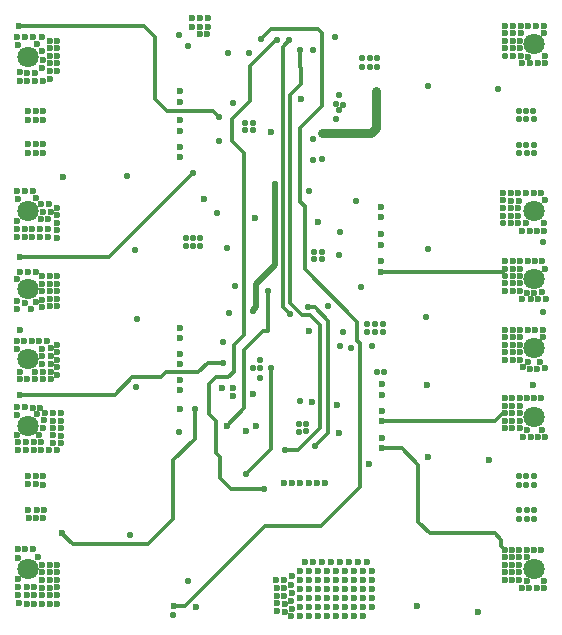
<source format=gbr>
%TF.GenerationSoftware,Altium Limited,Altium Designer,20.2.3 (150)*%
G04 Layer_Physical_Order=2*
G04 Layer_Color=36540*
%FSLAX26Y26*%
%MOIN*%
%TF.SameCoordinates,1E0D65CC-F0FE-4DFC-A0D5-6D9DD74121E6*%
%TF.FilePolarity,Positive*%
%TF.FileFunction,Copper,L2,Inr,Signal*%
%TF.Part,Single*%
G01*
G75*
%TA.AperFunction,Conductor*%
%ADD33C,0.012000*%
%ADD34C,0.014000*%
%ADD36C,0.020000*%
%ADD40C,0.030000*%
%TA.AperFunction,ViaPad*%
%ADD42C,0.022000*%
%ADD43C,0.023622*%
%ADD44C,0.070866*%
D33*
X295992Y2148000D02*
X296992Y2149000D01*
X711000D01*
X748000Y2112000D01*
Y1906000D02*
Y2112000D01*
Y1906000D02*
X788000Y1866000D01*
X940000D01*
X962000Y1844000D01*
X1005000Y1838000D02*
X1064000Y1897000D01*
Y2013000D01*
X1005000Y1764000D02*
X1043617Y1725383D01*
X1005000Y1764000D02*
Y1838000D01*
X1043617Y1116617D02*
Y1725383D01*
X1064000Y2013000D02*
X1151000Y2100000D01*
X1231721Y1562279D02*
Y1808374D01*
X1304000Y1880653D02*
Y2125000D01*
X1231721Y1808374D02*
X1304000Y1880653D01*
X988341Y815972D02*
X1046291Y873922D01*
Y1069291D02*
X1109000Y1132000D01*
X1046291Y873922D02*
Y1069291D01*
X1009953Y995787D02*
Y1082953D01*
X950000Y977000D02*
X991165D01*
X1009953Y995787D01*
Y1082953D02*
X1043617Y1116617D01*
X923765Y1025765D02*
X975000D01*
X928000Y955000D02*
X950000Y977000D01*
X928000Y854000D02*
X950000Y832000D01*
X928000Y854000D02*
Y955000D01*
X1113500Y481500D02*
X1300328D01*
X1430000Y611172D02*
Y1091143D01*
X1300328Y481500D02*
X1430000Y611172D01*
X1902000Y414268D02*
Y436000D01*
Y414268D02*
X1914268Y402000D01*
X880000Y772000D02*
Y872000D01*
X809000Y503000D02*
Y701000D01*
X880000Y772000D01*
X1231721Y1562279D02*
X1246970Y1547030D01*
Y1338300D02*
X1423000Y1162270D01*
X1246970Y1338300D02*
Y1547030D01*
X1136000Y2139000D02*
X1290000D01*
X1304000Y2125000D01*
X1199528Y1918528D02*
X1235000Y1954000D01*
X1199528Y1223729D02*
Y1918528D01*
X1235000Y1954000D02*
Y2008147D01*
X1423000Y1098143D02*
Y1162270D01*
X1199528Y1223729D02*
X1237850Y1185408D01*
X1263473D01*
X1173903Y1210712D02*
X1197407Y1187208D01*
X1173903Y2077903D02*
X1196000Y2100000D01*
X1173903Y1210712D02*
Y2077903D01*
X1915268Y1314000D02*
Y1316706D01*
X1904000Y1327974D02*
X1915268Y1316706D01*
X1904000Y1327974D02*
Y1329000D01*
X1423000Y1098143D02*
X1430000Y1091143D01*
X1180000Y733000D02*
X1224348D01*
X1298000Y806652D02*
Y1150881D01*
X1224348Y733000D02*
X1298000Y806652D01*
X810000Y216000D02*
X811000Y215000D01*
X847000D02*
X1113500Y481500D01*
X811000Y215000D02*
X847000D01*
X1263473Y1185408D02*
X1298000Y1150881D01*
X1100000Y2103000D02*
X1136000Y2139000D01*
X1232000Y2011147D02*
Y2068000D01*
Y2011147D02*
X1235000Y2008147D01*
X1151000Y2100000D02*
X1154000D01*
X950000Y726000D02*
Y832000D01*
X966000Y640000D02*
Y710000D01*
X950000Y726000D02*
X966000Y710000D01*
Y640000D02*
X1003000Y603000D01*
X1112000D01*
X614000Y918000D02*
X672376Y976376D01*
X767376D02*
X786189Y995189D01*
X672376Y976376D02*
X767376D01*
X595000Y1378000D02*
X876000Y1659000D01*
X297992Y1378000D02*
X595000D01*
X1503008Y1329000D02*
X1904000D01*
X893189Y995189D02*
X923765Y1025765D01*
X1109000Y1132000D02*
X1125000D01*
Y1263205D01*
X1125898Y1264102D01*
X439000Y455000D02*
Y457000D01*
Y455000D02*
X474000Y420000D01*
X726000D01*
X809000Y503000D01*
X296992Y917000D02*
X297992Y918000D01*
X614000D01*
X786189Y995189D02*
X893189D01*
X1880000Y458000D02*
X1902000Y436000D01*
X1820000Y458000D02*
X1880000D01*
X1819000Y457000D02*
X1820000Y458000D01*
X1664000Y457000D02*
X1819000D01*
X1626000Y495000D02*
X1664000Y457000D01*
X1626000Y495000D02*
Y684000D01*
X1504008Y740000D02*
X1570000D01*
X1626000Y684000D01*
X1882000Y830000D02*
X1909000Y857000D01*
X1914268D01*
X1504008Y830000D02*
X1882000D01*
D34*
X1133557Y737946D02*
Y1007171D01*
X1050719Y655108D02*
X1133557Y737946D01*
X1257385Y1210576D02*
X1257521Y1210440D01*
X1280719D01*
X1325831Y1165328D01*
Y791681D02*
Y1165328D01*
X1282000Y747850D02*
X1325831Y791681D01*
D36*
X1085764Y1288305D02*
X1146887Y1349428D01*
Y1619915D01*
X1085764Y1211306D02*
Y1288305D01*
X1074000Y1199000D02*
Y1199541D01*
X1085764Y1211306D01*
D40*
X1485000Y1808574D02*
Y1930000D01*
X1305000Y1791000D02*
X1467426D01*
X1485000Y1808574D01*
D42*
X1438409Y2011432D02*
D03*
X973535Y1095311D02*
D03*
X1097000Y974000D02*
D03*
X1099000Y1008000D02*
D03*
X880000Y872000D02*
D03*
X975000Y1025765D02*
D03*
X1097910Y1033505D02*
D03*
X996000Y1192000D02*
D03*
X1076000Y1009000D02*
D03*
X828212Y794248D02*
D03*
X859441Y2081245D02*
D03*
X828254Y2118822D02*
D03*
X990000Y2058008D02*
D03*
X1375652Y1128439D02*
D03*
X1133557Y1007171D02*
D03*
X1008141Y1891300D02*
D03*
X1060000Y2058008D02*
D03*
X1350462Y1887735D02*
D03*
X1364000Y1080000D02*
D03*
X954808Y1523156D02*
D03*
X1347000Y2111000D02*
D03*
X1909142Y1492000D02*
D03*
X1418000Y1565000D02*
D03*
X1257385Y1210576D02*
D03*
X1197407Y1187208D02*
D03*
X1260386Y1598765D02*
D03*
X1279000Y1394000D02*
D03*
Y1370000D02*
D03*
X1915268Y1314000D02*
D03*
X1489000Y994000D02*
D03*
X1511787Y993000D02*
D03*
X1455721Y1152750D02*
D03*
X1434328Y1278537D02*
D03*
X1402000Y1075000D02*
D03*
X1049078Y1800830D02*
D03*
X1074000Y1801000D02*
D03*
Y1826000D02*
D03*
X1049000D02*
D03*
X1251772Y796139D02*
D03*
X1251459Y821588D02*
D03*
X1228235Y795373D02*
D03*
X1228000Y822000D02*
D03*
X1306000Y1370000D02*
D03*
Y1394000D02*
D03*
X1507000Y1128000D02*
D03*
X1481000D02*
D03*
X1456000D02*
D03*
X1506809Y1153370D02*
D03*
X1480491Y1153060D02*
D03*
X898000Y1413000D02*
D03*
X876000D02*
D03*
X851000D02*
D03*
X898000Y1442000D02*
D03*
X876000D02*
D03*
X851000D02*
D03*
X1657005Y1405041D02*
D03*
X1889992Y1939000D02*
D03*
X1274000Y1702000D02*
D03*
Y1771000D02*
D03*
X1361000Y1867000D02*
D03*
X1374000Y1886000D02*
D03*
X1489000Y2012000D02*
D03*
X1464000D02*
D03*
X1489000Y2040000D02*
D03*
X1464000D02*
D03*
X1439000D02*
D03*
X809000Y184000D02*
D03*
X858591Y299000D02*
D03*
X2012000Y506000D02*
D03*
X1988000D02*
D03*
X1962000D02*
D03*
X2012000Y535000D02*
D03*
X1989000D02*
D03*
X1962000D02*
D03*
X2011000Y619000D02*
D03*
X1986000D02*
D03*
X1962000D02*
D03*
X1985783Y647947D02*
D03*
X2011000Y648000D02*
D03*
X1961000D02*
D03*
X2011000Y1724000D02*
D03*
X1987000D02*
D03*
X1963000D02*
D03*
X2011000Y1752000D02*
D03*
X1986000D02*
D03*
X1962000D02*
D03*
X2010000Y1838000D02*
D03*
X1986000D02*
D03*
X1962000D02*
D03*
X2009000Y1865000D02*
D03*
X1986000D02*
D03*
X1961000D02*
D03*
X1352552Y1836698D02*
D03*
X1232000Y899000D02*
D03*
X1324184Y1214272D02*
D03*
X1361000Y1919000D02*
D03*
X1100000Y2103000D02*
D03*
X1180000Y733000D02*
D03*
X1232000Y2068000D02*
D03*
X1154000Y2100000D02*
D03*
X1014000Y1280008D02*
D03*
X1112000Y603000D02*
D03*
X1196000Y2100000D02*
D03*
X1275000Y2068000D02*
D03*
X989000Y1408000D02*
D03*
X665905Y452207D02*
D03*
X685636Y945787D02*
D03*
X682817Y1401642D02*
D03*
X686917Y1171726D02*
D03*
X1306405Y1702789D02*
D03*
X1146887Y1619915D02*
D03*
X654134Y1647255D02*
D03*
X876000Y1659000D02*
D03*
X963000Y1765000D02*
D03*
X962000Y1844000D02*
D03*
X2042000Y1196000D02*
D03*
X2043000Y1429000D02*
D03*
X1363000Y1383000D02*
D03*
X1364000Y1461000D02*
D03*
X1652000Y1178000D02*
D03*
X1915535Y2048000D02*
D03*
X1659162Y1948125D02*
D03*
X1074000Y1199000D02*
D03*
X1125898Y1264102D02*
D03*
X1282000Y747850D02*
D03*
X1471000Y1082000D02*
D03*
X1050719Y655108D02*
D03*
D43*
X830992Y1711000D02*
D03*
Y1746000D02*
D03*
Y1833000D02*
D03*
Y1930000D02*
D03*
X832000Y872000D02*
D03*
X830992Y1895000D02*
D03*
Y1798000D02*
D03*
X832992Y1107000D02*
D03*
X898000Y2120000D02*
D03*
X923000D02*
D03*
X872000Y2146000D02*
D03*
X898000D02*
D03*
X924000D02*
D03*
X871000Y2173000D02*
D03*
X898000D02*
D03*
X924000D02*
D03*
X1135000Y1795000D02*
D03*
X1081440Y1507737D02*
D03*
X1235000Y1903000D02*
D03*
X1007000Y915000D02*
D03*
Y939992D02*
D03*
X1075118Y920519D02*
D03*
X1313376Y622953D02*
D03*
X1287239Y622788D02*
D03*
X1260316Y623073D02*
D03*
X1232605Y622772D02*
D03*
X1205948Y623525D02*
D03*
X1179441Y623073D02*
D03*
X1500827Y1545000D02*
D03*
X1501827Y1364000D02*
D03*
X1500827Y1454000D02*
D03*
X910000Y1571984D02*
D03*
X2045000Y299000D02*
D03*
X1987000Y297000D02*
D03*
X2045000Y274000D02*
D03*
X2020000D02*
D03*
X1996000D02*
D03*
X1972000D02*
D03*
X1963000Y302000D02*
D03*
X1939000D02*
D03*
X1963000Y327000D02*
D03*
X1939000D02*
D03*
X1963000Y352000D02*
D03*
X1939000D02*
D03*
X1987000Y377000D02*
D03*
X1963000D02*
D03*
X1939000D02*
D03*
X2035000Y402000D02*
D03*
X2011000D02*
D03*
X1987000D02*
D03*
X1963000D02*
D03*
X1939000D02*
D03*
X1914000Y377000D02*
D03*
Y327000D02*
D03*
X1914268Y302000D02*
D03*
Y352000D02*
D03*
X2036000Y907000D02*
D03*
X2012000D02*
D03*
X1988000D02*
D03*
X2038000Y801000D02*
D03*
X1988000Y800000D02*
D03*
X2049000Y778000D02*
D03*
X2024000D02*
D03*
X2000000D02*
D03*
X1976000D02*
D03*
X1964000Y807000D02*
D03*
Y832000D02*
D03*
Y857000D02*
D03*
Y882000D02*
D03*
Y907000D02*
D03*
X1939000D02*
D03*
Y882000D02*
D03*
Y857000D02*
D03*
Y832000D02*
D03*
Y807000D02*
D03*
X1914000Y832000D02*
D03*
Y882000D02*
D03*
X1914268Y807000D02*
D03*
Y907000D02*
D03*
X2032413Y1028761D02*
D03*
X1992194Y1028812D02*
D03*
X2047145Y1008319D02*
D03*
X2023172Y1005244D02*
D03*
X1998018Y1005409D02*
D03*
X2040000Y1112000D02*
D03*
X1974447Y1012414D02*
D03*
X1966000Y1036000D02*
D03*
X1940000D02*
D03*
X1965000Y1061000D02*
D03*
X1940000D02*
D03*
X1965000Y1085000D02*
D03*
X1940000D02*
D03*
X1965000Y1111000D02*
D03*
X1940000D02*
D03*
X2040000Y1136000D02*
D03*
X2015000D02*
D03*
X1990000D02*
D03*
X1965000D02*
D03*
X1940000D02*
D03*
X1915000Y1061000D02*
D03*
Y1111000D02*
D03*
X1915268Y1036000D02*
D03*
Y1136000D02*
D03*
Y1086000D02*
D03*
X2048000Y1339000D02*
D03*
X2038000Y1260000D02*
D03*
X2013000Y1257000D02*
D03*
X2050000Y1238000D02*
D03*
X2026000Y1237000D02*
D03*
X2001000D02*
D03*
X1989000Y1259000D02*
D03*
X1972000Y1239000D02*
D03*
X1965000Y1264000D02*
D03*
X1940000D02*
D03*
X1965000Y1290000D02*
D03*
X1940000D02*
D03*
X1965000Y1314000D02*
D03*
X1940000D02*
D03*
X1965000Y1338000D02*
D03*
X1940000D02*
D03*
X2038000Y1364000D02*
D03*
X2014000D02*
D03*
X1990000D02*
D03*
X1965000D02*
D03*
X1940000D02*
D03*
X1915000Y1290000D02*
D03*
X1916000Y1338000D02*
D03*
X1915268Y1364000D02*
D03*
Y1264000D02*
D03*
X2047000Y1568000D02*
D03*
X1985000Y1491000D02*
D03*
X2046000Y1492000D02*
D03*
Y1466000D02*
D03*
X2021000D02*
D03*
X1997000D02*
D03*
X1972000D02*
D03*
X1959000Y1491000D02*
D03*
X1934000Y1492000D02*
D03*
X1959000Y1516000D02*
D03*
X1934000D02*
D03*
X1959000Y1540000D02*
D03*
X1934000Y1541000D02*
D03*
X1960000Y1565000D02*
D03*
X1934000Y1566000D02*
D03*
X2035000Y1592000D02*
D03*
X2010000D02*
D03*
X1985000D02*
D03*
X1959000D02*
D03*
X1934000D02*
D03*
X1909000Y1516000D02*
D03*
Y1567000D02*
D03*
X1909142Y1542000D02*
D03*
Y1592000D02*
D03*
X1914268Y402000D02*
D03*
X2007980Y950868D02*
D03*
X2046000Y2123000D02*
D03*
X1990000Y2046000D02*
D03*
X2049000Y2048000D02*
D03*
Y2023000D02*
D03*
X2024000D02*
D03*
X1999000D02*
D03*
X1973000D02*
D03*
X1967000Y2048000D02*
D03*
X1942000D02*
D03*
X1966000Y2073000D02*
D03*
X1941000D02*
D03*
X1965000Y2099000D02*
D03*
X1941000D02*
D03*
X1968000Y2124000D02*
D03*
X1941000D02*
D03*
X2045000Y2148000D02*
D03*
X2019000Y2149000D02*
D03*
X1993000D02*
D03*
X1967000D02*
D03*
X1941000D02*
D03*
X1915000Y2073000D02*
D03*
X1916000Y2124000D02*
D03*
X1915268Y2149000D02*
D03*
Y2099000D02*
D03*
X358000Y378000D02*
D03*
X343000Y403000D02*
D03*
X316000D02*
D03*
X290000D02*
D03*
Y376000D02*
D03*
X292000Y304000D02*
D03*
X295000Y226000D02*
D03*
X292000Y252000D02*
D03*
Y278000D02*
D03*
X320000Y277000D02*
D03*
X346000D02*
D03*
Y251000D02*
D03*
X320000D02*
D03*
Y221000D02*
D03*
X346000D02*
D03*
X372000D02*
D03*
Y251000D02*
D03*
Y276000D02*
D03*
Y302000D02*
D03*
Y327000D02*
D03*
X398000Y221000D02*
D03*
X398138Y251673D02*
D03*
X398000Y276000D02*
D03*
Y302000D02*
D03*
Y327000D02*
D03*
X372000Y352000D02*
D03*
X398000D02*
D03*
X422000Y327000D02*
D03*
Y277000D02*
D03*
Y221000D02*
D03*
X422000Y252000D02*
D03*
Y302000D02*
D03*
Y352000D02*
D03*
X1485000Y1930000D02*
D03*
X355000Y853000D02*
D03*
X365000Y876000D02*
D03*
X341000D02*
D03*
X315000Y877000D02*
D03*
X288000D02*
D03*
X289000Y851000D02*
D03*
X378000Y833000D02*
D03*
X374000Y809000D02*
D03*
X363000Y785000D02*
D03*
X288000Y784000D02*
D03*
X369000Y760000D02*
D03*
X344000D02*
D03*
X318000D02*
D03*
X292000D02*
D03*
Y735000D02*
D03*
X318000D02*
D03*
X344000Y736000D02*
D03*
X369000D02*
D03*
X420000Y735000D02*
D03*
X394000Y736000D02*
D03*
X408000Y758000D02*
D03*
Y783000D02*
D03*
Y807000D02*
D03*
Y831000D02*
D03*
X407000Y857000D02*
D03*
X380839Y857028D02*
D03*
X436000Y782000D02*
D03*
Y832000D02*
D03*
X435590Y757000D02*
D03*
Y807000D02*
D03*
Y857000D02*
D03*
X389000Y1099000D02*
D03*
X363000D02*
D03*
X338000D02*
D03*
X313000D02*
D03*
X288000D02*
D03*
X289000Y1072000D02*
D03*
D03*
X400000Y1073000D02*
D03*
X372000Y1072000D02*
D03*
D03*
X400000Y1047000D02*
D03*
X373000D02*
D03*
X400000Y1021000D02*
D03*
X373000D02*
D03*
X400000Y995000D02*
D03*
X374000D02*
D03*
X348000D02*
D03*
X299000D02*
D03*
X298000Y970000D02*
D03*
X323000D02*
D03*
X348000D02*
D03*
X374000D02*
D03*
X400000D02*
D03*
X422000Y1011000D02*
D03*
Y1061000D02*
D03*
X422079Y986000D02*
D03*
Y1036000D02*
D03*
Y1086000D02*
D03*
X372000Y1288000D02*
D03*
X335000Y1204000D02*
D03*
X288000Y1206000D02*
D03*
X316000Y1223000D02*
D03*
X350000Y1227000D02*
D03*
X288000Y1232000D02*
D03*
Y1304000D02*
D03*
X298000Y1328000D02*
D03*
X324000Y1329000D02*
D03*
X350000D02*
D03*
X373000Y1212000D02*
D03*
Y1236000D02*
D03*
X398000Y1213000D02*
D03*
Y1237000D02*
D03*
X372000Y1263000D02*
D03*
X397000D02*
D03*
Y1289000D02*
D03*
X370000Y1313000D02*
D03*
X397000D02*
D03*
X422000Y1289000D02*
D03*
Y1238000D02*
D03*
X422000Y1214000D02*
D03*
Y1264000D02*
D03*
Y1314000D02*
D03*
X390000Y1471000D02*
D03*
X364000D02*
D03*
X339000D02*
D03*
X314000D02*
D03*
X391000Y1444000D02*
D03*
X364000D02*
D03*
X339000D02*
D03*
X314000D02*
D03*
X289000D02*
D03*
Y1471000D02*
D03*
Y1498000D02*
D03*
X393000Y1504000D02*
D03*
X367000D02*
D03*
X400000Y1529000D02*
D03*
X374000D02*
D03*
X396000Y1554000D02*
D03*
X369000Y1555000D02*
D03*
X351000Y1574000D02*
D03*
X290000Y1571000D02*
D03*
X340000Y1598000D02*
D03*
X314000D02*
D03*
X289000D02*
D03*
X422000Y1517000D02*
D03*
Y1467000D02*
D03*
X422000Y1442000D02*
D03*
Y1492000D02*
D03*
Y1542000D02*
D03*
X399000Y1971000D02*
D03*
X371000Y2007000D02*
D03*
X374000Y2035000D02*
D03*
X372000Y2063000D02*
D03*
X356000Y2087000D02*
D03*
X371000Y2111000D02*
D03*
X342000D02*
D03*
X315000D02*
D03*
X289000D02*
D03*
X290000Y2085000D02*
D03*
X349000Y1992000D02*
D03*
X323000D02*
D03*
X297000Y1993000D02*
D03*
X374000Y1964000D02*
D03*
X349000D02*
D03*
X323000Y1965000D02*
D03*
X297000Y1966000D02*
D03*
X397000Y2099000D02*
D03*
Y2074000D02*
D03*
Y2049000D02*
D03*
Y2023000D02*
D03*
Y1998000D02*
D03*
X422000Y2024000D02*
D03*
Y2074000D02*
D03*
X422000Y2099000D02*
D03*
Y2049000D02*
D03*
Y1999000D02*
D03*
X1504759Y865751D02*
D03*
X376000Y1724000D02*
D03*
X351000D02*
D03*
X325000D02*
D03*
X376000Y1753000D02*
D03*
X351000D02*
D03*
X325000D02*
D03*
X375000Y1836000D02*
D03*
X351000D02*
D03*
X326000D02*
D03*
X375000Y1865000D02*
D03*
X351000D02*
D03*
X326000D02*
D03*
X374000Y619000D02*
D03*
X350000Y620000D02*
D03*
X326000Y621000D02*
D03*
X374000Y648000D02*
D03*
X350000D02*
D03*
X326000D02*
D03*
X376000Y508000D02*
D03*
X352000D02*
D03*
X327000D02*
D03*
X377000Y535000D02*
D03*
X354000D02*
D03*
X326000D02*
D03*
X1305000Y1791000D02*
D03*
X1050992Y797000D02*
D03*
X1270000Y894992D02*
D03*
X832992Y1142000D02*
D03*
X810000Y216000D02*
D03*
X1355642Y883880D02*
D03*
X988341Y815972D02*
D03*
X1293000Y1495000D02*
D03*
X297992Y1378000D02*
D03*
X441000Y1646000D02*
D03*
X295992Y2148000D02*
D03*
X1231744Y182378D02*
D03*
X1203000Y181000D02*
D03*
X1205000Y206000D02*
D03*
X1182000Y195000D02*
D03*
X1154000Y197000D02*
D03*
X1180000Y221000D02*
D03*
X1155000Y224000D02*
D03*
X1203000Y231000D02*
D03*
X1204000Y259000D02*
D03*
X1179000Y248000D02*
D03*
X1154000Y249000D02*
D03*
X1179000Y274000D02*
D03*
X1154000Y276000D02*
D03*
X1202000Y286000D02*
D03*
X1205000Y315000D02*
D03*
X1178000Y302000D02*
D03*
X1153000D02*
D03*
X1503008Y1329000D02*
D03*
X1502008Y1419000D02*
D03*
Y1510000D02*
D03*
X1654243Y949567D02*
D03*
X1261000Y1132000D02*
D03*
X439000Y457000D02*
D03*
X296992Y917000D02*
D03*
X833000Y969378D02*
D03*
X832992Y1056000D02*
D03*
X296992Y1136000D02*
D03*
X832992Y935000D02*
D03*
Y1021000D02*
D03*
X1085607Y814226D02*
D03*
X1620119Y214706D02*
D03*
X972000Y939992D02*
D03*
X1825000Y195000D02*
D03*
X1463000Y689000D02*
D03*
X1861000Y701000D02*
D03*
X1659000Y712000D02*
D03*
X1504008Y775000D02*
D03*
X1360000Y790000D02*
D03*
X1914268Y857000D02*
D03*
X1504008Y954000D02*
D03*
Y919000D02*
D03*
Y830000D02*
D03*
Y740000D02*
D03*
X885008Y210000D02*
D03*
X1440000Y180000D02*
D03*
X1410000D02*
D03*
X1380000D02*
D03*
X1350000D02*
D03*
X1320000D02*
D03*
X1290000D02*
D03*
X1260000D02*
D03*
X1470000Y210000D02*
D03*
X1440000D02*
D03*
X1410000D02*
D03*
X1380000D02*
D03*
X1350000D02*
D03*
X1320000D02*
D03*
X1290000D02*
D03*
X1260000D02*
D03*
X1230000D02*
D03*
X1470000Y240000D02*
D03*
X1440000D02*
D03*
X1410000D02*
D03*
X1380000D02*
D03*
X1350000D02*
D03*
X1320000D02*
D03*
X1290000D02*
D03*
X1260000D02*
D03*
X1230000D02*
D03*
X1470000Y270000D02*
D03*
X1440000D02*
D03*
X1410000D02*
D03*
X1380000D02*
D03*
X1350000D02*
D03*
X1320000D02*
D03*
X1290000D02*
D03*
X1260000D02*
D03*
X1230000D02*
D03*
X1470000Y300000D02*
D03*
X1440000D02*
D03*
X1410000D02*
D03*
X1380000D02*
D03*
X1350000D02*
D03*
X1320000D02*
D03*
X1290000D02*
D03*
X1260000D02*
D03*
X1230000D02*
D03*
X1470000Y330000D02*
D03*
X1440000D02*
D03*
X1410000D02*
D03*
X1380000D02*
D03*
X1350000D02*
D03*
X1320000D02*
D03*
X1290000D02*
D03*
X1260000D02*
D03*
X1230000D02*
D03*
X1455000Y360000D02*
D03*
X1425000D02*
D03*
X1395000D02*
D03*
X1365000D02*
D03*
X1335000D02*
D03*
X1305000D02*
D03*
X1275000D02*
D03*
X1249000Y362000D02*
D03*
D44*
X2012000Y2088000D02*
D03*
Y1532000D02*
D03*
Y1304000D02*
D03*
Y1073000D02*
D03*
Y843000D02*
D03*
Y339000D02*
D03*
X325000D02*
D03*
Y816000D02*
D03*
Y1037000D02*
D03*
Y1270000D02*
D03*
Y1532000D02*
D03*
Y2045000D02*
D03*
%TF.MD5,046997f6b7331d1fd4b8380c6ad45eae*%
M02*

</source>
